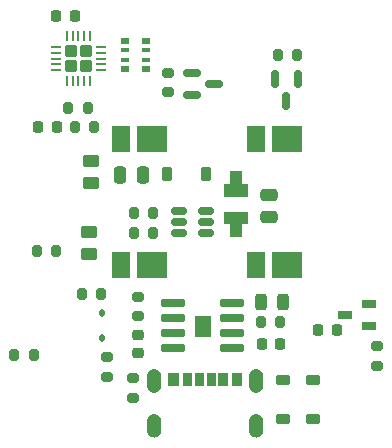
<source format=gbr>
%TF.GenerationSoftware,KiCad,Pcbnew,(7.0.0)*%
%TF.CreationDate,2024-01-31T21:47:27+02:00*%
%TF.ProjectId,FancyLight-V2,46616e63-794c-4696-9768-742d56322e6b,rev?*%
%TF.SameCoordinates,Original*%
%TF.FileFunction,Paste,Top*%
%TF.FilePolarity,Positive*%
%FSLAX46Y46*%
G04 Gerber Fmt 4.6, Leading zero omitted, Abs format (unit mm)*
G04 Created by KiCad (PCBNEW (7.0.0)) date 2024-01-31 21:47:27*
%MOMM*%
%LPD*%
G01*
G04 APERTURE LIST*
G04 Aperture macros list*
%AMRoundRect*
0 Rectangle with rounded corners*
0 $1 Rounding radius*
0 $2 $3 $4 $5 $6 $7 $8 $9 X,Y pos of 4 corners*
0 Add a 4 corners polygon primitive as box body*
4,1,4,$2,$3,$4,$5,$6,$7,$8,$9,$2,$3,0*
0 Add four circle primitives for the rounded corners*
1,1,$1+$1,$2,$3*
1,1,$1+$1,$4,$5*
1,1,$1+$1,$6,$7*
1,1,$1+$1,$8,$9*
0 Add four rect primitives between the rounded corners*
20,1,$1+$1,$2,$3,$4,$5,0*
20,1,$1+$1,$4,$5,$6,$7,0*
20,1,$1+$1,$6,$7,$8,$9,0*
20,1,$1+$1,$8,$9,$2,$3,0*%
G04 Aperture macros list end*
%ADD10C,0.010000*%
%ADD11C,0.120000*%
%ADD12RoundRect,0.250000X0.275000X0.275000X-0.275000X0.275000X-0.275000X-0.275000X0.275000X-0.275000X0*%
%ADD13RoundRect,0.062500X0.362500X0.062500X-0.362500X0.062500X-0.362500X-0.062500X0.362500X-0.062500X0*%
%ADD14RoundRect,0.062500X0.062500X0.362500X-0.062500X0.362500X-0.062500X-0.362500X0.062500X-0.362500X0*%
%ADD15RoundRect,0.243750X0.243750X0.456250X-0.243750X0.456250X-0.243750X-0.456250X0.243750X-0.456250X0*%
%ADD16RoundRect,0.225000X-0.225000X-0.250000X0.225000X-0.250000X0.225000X0.250000X-0.225000X0.250000X0*%
%ADD17RoundRect,0.200000X0.275000X-0.200000X0.275000X0.200000X-0.275000X0.200000X-0.275000X-0.200000X0*%
%ADD18RoundRect,0.200000X0.200000X0.275000X-0.200000X0.275000X-0.200000X-0.275000X0.200000X-0.275000X0*%
%ADD19RoundRect,0.250000X0.450000X-0.262500X0.450000X0.262500X-0.450000X0.262500X-0.450000X-0.262500X0*%
%ADD20RoundRect,0.200000X-0.200000X-0.275000X0.200000X-0.275000X0.200000X0.275000X-0.200000X0.275000X0*%
%ADD21RoundRect,0.218750X-0.218750X-0.256250X0.218750X-0.256250X0.218750X0.256250X-0.218750X0.256250X0*%
%ADD22R,2.500000X2.200000*%
%ADD23R,1.550000X2.200000*%
%ADD24RoundRect,0.225000X0.375000X-0.225000X0.375000X0.225000X-0.375000X0.225000X-0.375000X-0.225000X0*%
%ADD25RoundRect,0.250000X-0.450000X0.262500X-0.450000X-0.262500X0.450000X-0.262500X0.450000X0.262500X0*%
%ADD26RoundRect,0.250000X-0.475000X0.250000X-0.475000X-0.250000X0.475000X-0.250000X0.475000X0.250000X0*%
%ADD27RoundRect,0.225000X-0.225000X-0.375000X0.225000X-0.375000X0.225000X0.375000X-0.225000X0.375000X0*%
%ADD28RoundRect,0.150000X-0.587500X-0.150000X0.587500X-0.150000X0.587500X0.150000X-0.587500X0.150000X0*%
%ADD29RoundRect,0.042000X-0.943000X-0.258000X0.943000X-0.258000X0.943000X0.258000X-0.943000X0.258000X0*%
%ADD30RoundRect,0.112500X-0.112500X0.187500X-0.112500X-0.187500X0.112500X-0.187500X0.112500X0.187500X0*%
%ADD31RoundRect,0.150000X-0.512500X-0.150000X0.512500X-0.150000X0.512500X0.150000X-0.512500X0.150000X0*%
%ADD32RoundRect,0.250000X0.250000X0.475000X-0.250000X0.475000X-0.250000X-0.475000X0.250000X-0.475000X0*%
%ADD33RoundRect,0.225000X0.250000X-0.225000X0.250000X0.225000X-0.250000X0.225000X-0.250000X-0.225000X0*%
%ADD34RoundRect,0.225000X0.225000X0.250000X-0.225000X0.250000X-0.225000X-0.250000X0.225000X-0.250000X0*%
%ADD35RoundRect,0.200000X-0.275000X0.200000X-0.275000X-0.200000X0.275000X-0.200000X0.275000X0.200000X0*%
%ADD36RoundRect,0.150000X-0.150000X0.587500X-0.150000X-0.587500X0.150000X-0.587500X0.150000X0.587500X0*%
%ADD37R,0.700000X1.000000*%
%ADD38R,0.800000X1.000000*%
%ADD39R,1.250000X0.700000*%
%ADD40R,0.800000X0.500000*%
%ADD41R,0.800000X0.400000*%
G04 APERTURE END LIST*
%TO.C,L1*%
G36*
X23600000Y-21263400D02*
G01*
X23100000Y-21263400D01*
X23100000Y-22363400D01*
X22100000Y-22363400D01*
X22100000Y-21263400D01*
X21600000Y-21263400D01*
X21600000Y-20263400D01*
X23600000Y-20263400D01*
X23600000Y-21263400D01*
G37*
D10*
X23600000Y-21263400D02*
X23100000Y-21263400D01*
X23100000Y-22363400D01*
X22100000Y-22363400D01*
X22100000Y-21263400D01*
X21600000Y-21263400D01*
X21600000Y-20263400D01*
X23600000Y-20263400D01*
X23600000Y-21263400D01*
G36*
X23100000Y-17963400D02*
G01*
X23600000Y-17963400D01*
X23600000Y-18963400D01*
X21600000Y-18963400D01*
X21600000Y-17963400D01*
X22100000Y-17963400D01*
X22100000Y-16863400D01*
X23100000Y-16863400D01*
X23100000Y-17963400D01*
G37*
X23100000Y-17963400D02*
X23600000Y-17963400D01*
X23600000Y-18963400D01*
X21600000Y-18963400D01*
X21600000Y-17963400D01*
X22100000Y-17963400D01*
X22100000Y-16863400D01*
X23100000Y-16863400D01*
X23100000Y-17963400D01*
%TO.C,U2*%
G36*
X20440300Y-30761800D02*
G01*
X19150300Y-30761800D01*
X19150300Y-29121800D01*
X20440300Y-29121800D01*
X20440300Y-30761800D01*
G37*
X20440300Y-30761800D02*
X19150300Y-30761800D01*
X19150300Y-29121800D01*
X20440300Y-29121800D01*
X20440300Y-30761800D01*
%TO.C,USB1*%
G36*
X17700000Y-34937000D02*
G01*
X16900000Y-34937000D01*
X16900000Y-33937000D01*
X17700000Y-33937000D01*
X17700000Y-34937000D01*
G37*
D11*
X17700000Y-34937000D02*
X16900000Y-34937000D01*
X16900000Y-33937000D01*
X17700000Y-33937000D01*
X17700000Y-34937000D01*
G36*
X18850000Y-34937000D02*
G01*
X18150000Y-34937000D01*
X18150000Y-33937000D01*
X18850000Y-33937000D01*
X18850000Y-34937000D01*
G37*
X18850000Y-34937000D02*
X18150000Y-34937000D01*
X18150000Y-33937000D01*
X18850000Y-33937000D01*
X18850000Y-34937000D01*
G36*
X19850000Y-34937000D02*
G01*
X19150000Y-34937000D01*
X19150000Y-33937000D01*
X19850000Y-33937000D01*
X19850000Y-34937000D01*
G37*
X19850000Y-34937000D02*
X19150000Y-34937000D01*
X19150000Y-33937000D01*
X19850000Y-33937000D01*
X19850000Y-34937000D01*
G36*
X20850000Y-34937000D02*
G01*
X20150000Y-34937000D01*
X20150000Y-33937000D01*
X20850000Y-33937000D01*
X20850000Y-34937000D01*
G37*
X20850000Y-34937000D02*
X20150000Y-34937000D01*
X20150000Y-33937000D01*
X20850000Y-33937000D01*
X20850000Y-34937000D01*
G36*
X21850000Y-34937000D02*
G01*
X21150000Y-34937000D01*
X21150000Y-33937000D01*
X21850000Y-33937000D01*
X21850000Y-34937000D01*
G37*
X21850000Y-34937000D02*
X21150000Y-34937000D01*
X21150000Y-33937000D01*
X21850000Y-33937000D01*
X21850000Y-34937000D01*
G36*
X23100000Y-34937000D02*
G01*
X22300000Y-34937000D01*
X22300000Y-33937000D01*
X23100000Y-33937000D01*
X23100000Y-34937000D01*
G37*
X23100000Y-34937000D02*
X22300000Y-34937000D01*
X22300000Y-33937000D01*
X23100000Y-33937000D01*
X23100000Y-34937000D01*
G36*
X15787000Y-33623000D02*
G01*
X15891000Y-33654000D01*
X15986000Y-33705000D01*
X16069000Y-33774000D01*
X16137000Y-33857000D01*
X16188000Y-33952000D01*
X16220000Y-34055000D01*
X16230000Y-34162000D01*
X16230000Y-34962000D01*
X16220000Y-35070000D01*
X16188000Y-35173000D01*
X16137000Y-35268000D01*
X16069000Y-35351000D01*
X15986000Y-35420000D01*
X15891000Y-35471000D01*
X15787000Y-35502000D01*
X15680000Y-35512000D01*
X15573000Y-35502000D01*
X15470000Y-35471000D01*
X15375000Y-35420000D01*
X15291000Y-35351000D01*
X15223000Y-35268000D01*
X15172000Y-35173000D01*
X15141000Y-35070000D01*
X15130000Y-34962000D01*
X15130000Y-34162000D01*
X15141000Y-34055000D01*
X15172000Y-33952000D01*
X15223000Y-33857000D01*
X15291000Y-33774000D01*
X15375000Y-33705000D01*
X15470000Y-33654000D01*
X15573000Y-33623000D01*
X15680000Y-33612000D01*
X15787000Y-33623000D01*
G37*
X15787000Y-33623000D02*
X15891000Y-33654000D01*
X15986000Y-33705000D01*
X16069000Y-33774000D01*
X16137000Y-33857000D01*
X16188000Y-33952000D01*
X16220000Y-34055000D01*
X16230000Y-34162000D01*
X16230000Y-34962000D01*
X16220000Y-35070000D01*
X16188000Y-35173000D01*
X16137000Y-35268000D01*
X16069000Y-35351000D01*
X15986000Y-35420000D01*
X15891000Y-35471000D01*
X15787000Y-35502000D01*
X15680000Y-35512000D01*
X15573000Y-35502000D01*
X15470000Y-35471000D01*
X15375000Y-35420000D01*
X15291000Y-35351000D01*
X15223000Y-35268000D01*
X15172000Y-35173000D01*
X15141000Y-35070000D01*
X15130000Y-34962000D01*
X15130000Y-34162000D01*
X15141000Y-34055000D01*
X15172000Y-33952000D01*
X15223000Y-33857000D01*
X15291000Y-33774000D01*
X15375000Y-33705000D01*
X15470000Y-33654000D01*
X15573000Y-33623000D01*
X15680000Y-33612000D01*
X15787000Y-33623000D01*
G36*
X15787000Y-37423000D02*
G01*
X15891000Y-37454000D01*
X15986000Y-37505000D01*
X16069000Y-37574000D01*
X16137000Y-37657000D01*
X16188000Y-37752000D01*
X16220000Y-37855000D01*
X16230000Y-37963000D01*
X16230000Y-38763000D01*
X16220000Y-38870000D01*
X16188000Y-38973000D01*
X16137000Y-39068000D01*
X16069000Y-39151000D01*
X15986000Y-39220000D01*
X15891000Y-39271000D01*
X15787000Y-39302000D01*
X15680000Y-39313000D01*
X15573000Y-39302000D01*
X15470000Y-39271000D01*
X15375000Y-39220000D01*
X15291000Y-39151000D01*
X15223000Y-39068000D01*
X15172000Y-38973000D01*
X15141000Y-38870000D01*
X15130000Y-38763000D01*
X15130000Y-37963000D01*
X15141000Y-37855000D01*
X15172000Y-37752000D01*
X15223000Y-37657000D01*
X15291000Y-37574000D01*
X15375000Y-37505000D01*
X15470000Y-37454000D01*
X15573000Y-37423000D01*
X15680000Y-37413000D01*
X15787000Y-37423000D01*
G37*
X15787000Y-37423000D02*
X15891000Y-37454000D01*
X15986000Y-37505000D01*
X16069000Y-37574000D01*
X16137000Y-37657000D01*
X16188000Y-37752000D01*
X16220000Y-37855000D01*
X16230000Y-37963000D01*
X16230000Y-38763000D01*
X16220000Y-38870000D01*
X16188000Y-38973000D01*
X16137000Y-39068000D01*
X16069000Y-39151000D01*
X15986000Y-39220000D01*
X15891000Y-39271000D01*
X15787000Y-39302000D01*
X15680000Y-39313000D01*
X15573000Y-39302000D01*
X15470000Y-39271000D01*
X15375000Y-39220000D01*
X15291000Y-39151000D01*
X15223000Y-39068000D01*
X15172000Y-38973000D01*
X15141000Y-38870000D01*
X15130000Y-38763000D01*
X15130000Y-37963000D01*
X15141000Y-37855000D01*
X15172000Y-37752000D01*
X15223000Y-37657000D01*
X15291000Y-37574000D01*
X15375000Y-37505000D01*
X15470000Y-37454000D01*
X15573000Y-37423000D01*
X15680000Y-37413000D01*
X15787000Y-37423000D01*
G36*
X24427000Y-33623000D02*
G01*
X24530000Y-33654000D01*
X24625000Y-33705000D01*
X24709000Y-33774000D01*
X24777000Y-33857000D01*
X24828000Y-33952000D01*
X24859000Y-34055000D01*
X24870000Y-34162000D01*
X24870000Y-34962000D01*
X24859000Y-35070000D01*
X24828000Y-35173000D01*
X24777000Y-35268000D01*
X24709000Y-35351000D01*
X24625000Y-35420000D01*
X24530000Y-35471000D01*
X24427000Y-35502000D01*
X24320000Y-35512000D01*
X24213000Y-35502000D01*
X24109000Y-35471000D01*
X24014000Y-35420000D01*
X23931000Y-35351000D01*
X23863000Y-35268000D01*
X23812000Y-35173000D01*
X23780000Y-35070000D01*
X23770000Y-34962000D01*
X23770000Y-34162000D01*
X23780000Y-34055000D01*
X23812000Y-33952000D01*
X23863000Y-33857000D01*
X23931000Y-33774000D01*
X24014000Y-33705000D01*
X24109000Y-33654000D01*
X24213000Y-33623000D01*
X24320000Y-33612000D01*
X24427000Y-33623000D01*
G37*
X24427000Y-33623000D02*
X24530000Y-33654000D01*
X24625000Y-33705000D01*
X24709000Y-33774000D01*
X24777000Y-33857000D01*
X24828000Y-33952000D01*
X24859000Y-34055000D01*
X24870000Y-34162000D01*
X24870000Y-34962000D01*
X24859000Y-35070000D01*
X24828000Y-35173000D01*
X24777000Y-35268000D01*
X24709000Y-35351000D01*
X24625000Y-35420000D01*
X24530000Y-35471000D01*
X24427000Y-35502000D01*
X24320000Y-35512000D01*
X24213000Y-35502000D01*
X24109000Y-35471000D01*
X24014000Y-35420000D01*
X23931000Y-35351000D01*
X23863000Y-35268000D01*
X23812000Y-35173000D01*
X23780000Y-35070000D01*
X23770000Y-34962000D01*
X23770000Y-34162000D01*
X23780000Y-34055000D01*
X23812000Y-33952000D01*
X23863000Y-33857000D01*
X23931000Y-33774000D01*
X24014000Y-33705000D01*
X24109000Y-33654000D01*
X24213000Y-33623000D01*
X24320000Y-33612000D01*
X24427000Y-33623000D01*
G36*
X24427000Y-37423000D02*
G01*
X24530000Y-37454000D01*
X24625000Y-37505000D01*
X24709000Y-37574000D01*
X24777000Y-37657000D01*
X24828000Y-37752000D01*
X24859000Y-37855000D01*
X24870000Y-37963000D01*
X24870000Y-38763000D01*
X24859000Y-38870000D01*
X24828000Y-38973000D01*
X24777000Y-39068000D01*
X24709000Y-39151000D01*
X24625000Y-39220000D01*
X24530000Y-39271000D01*
X24427000Y-39302000D01*
X24320000Y-39313000D01*
X24213000Y-39302000D01*
X24109000Y-39271000D01*
X24014000Y-39220000D01*
X23931000Y-39151000D01*
X23863000Y-39068000D01*
X23812000Y-38973000D01*
X23780000Y-38870000D01*
X23770000Y-38763000D01*
X23770000Y-37963000D01*
X23780000Y-37855000D01*
X23812000Y-37752000D01*
X23863000Y-37657000D01*
X23931000Y-37574000D01*
X24014000Y-37505000D01*
X24109000Y-37454000D01*
X24213000Y-37423000D01*
X24320000Y-37413000D01*
X24427000Y-37423000D01*
G37*
X24427000Y-37423000D02*
X24530000Y-37454000D01*
X24625000Y-37505000D01*
X24709000Y-37574000D01*
X24777000Y-37657000D01*
X24828000Y-37752000D01*
X24859000Y-37855000D01*
X24870000Y-37963000D01*
X24870000Y-38763000D01*
X24859000Y-38870000D01*
X24828000Y-38973000D01*
X24777000Y-39068000D01*
X24709000Y-39151000D01*
X24625000Y-39220000D01*
X24530000Y-39271000D01*
X24427000Y-39302000D01*
X24320000Y-39313000D01*
X24213000Y-39302000D01*
X24109000Y-39271000D01*
X24014000Y-39220000D01*
X23931000Y-39151000D01*
X23863000Y-39068000D01*
X23812000Y-38973000D01*
X23780000Y-38870000D01*
X23770000Y-38763000D01*
X23770000Y-37963000D01*
X23780000Y-37855000D01*
X23812000Y-37752000D01*
X23863000Y-37657000D01*
X23931000Y-37574000D01*
X24014000Y-37505000D01*
X24109000Y-37454000D01*
X24213000Y-37423000D01*
X24320000Y-37413000D01*
X24427000Y-37423000D01*
%TD*%
D12*
%TO.C,U6*%
X9950000Y-7950000D03*
X9950000Y-6650000D03*
X8650000Y-7950000D03*
X8650000Y-6650000D03*
D13*
X11225000Y-8300000D03*
X11225000Y-7800000D03*
X11225000Y-7300000D03*
X11225000Y-6800000D03*
X11225000Y-6300000D03*
D14*
X10300000Y-5375000D03*
X9800000Y-5375000D03*
X9300000Y-5375000D03*
X8800000Y-5375000D03*
X8300000Y-5375000D03*
D13*
X7375000Y-6300000D03*
X7375000Y-6800000D03*
X7375000Y-7300000D03*
X7375000Y-7800000D03*
X7375000Y-8300000D03*
D14*
X8300000Y-9225000D03*
X8800000Y-9225000D03*
X9300000Y-9225000D03*
X9800000Y-9225000D03*
X10300000Y-9225000D03*
%TD*%
D15*
%TO.C,D6*%
X26612500Y-27900000D03*
X24737500Y-27900000D03*
%TD*%
D16*
%TO.C,C4*%
X24825000Y-31500000D03*
X26375000Y-31500000D03*
%TD*%
D17*
%TO.C,R8*%
X34600000Y-33325000D03*
X34600000Y-31675000D03*
%TD*%
D18*
%TO.C,R11*%
X27825000Y-7000000D03*
X26175000Y-7000000D03*
%TD*%
D19*
%TO.C,R2*%
X10200000Y-23812500D03*
X10200000Y-21987500D03*
%TD*%
D20*
%TO.C,R6*%
X24750000Y-29600000D03*
X26400000Y-29600000D03*
%TD*%
D21*
%TO.C,D10*%
X5912500Y-13100000D03*
X7487500Y-13100000D03*
%TD*%
D22*
%TO.C,D3*%
X15493999Y-24764999D03*
D23*
X12918999Y-24764999D03*
%TD*%
D17*
%TO.C,R9*%
X11700000Y-34225000D03*
X11700000Y-32575000D03*
%TD*%
D24*
%TO.C,D7*%
X26650000Y-37800000D03*
X26650000Y-34500000D03*
%TD*%
D22*
%TO.C,D4*%
X26923999Y-24764999D03*
D23*
X24348999Y-24764999D03*
%TD*%
D18*
%TO.C,R16*%
X10075000Y-11450000D03*
X8425000Y-11450000D03*
%TD*%
D20*
%TO.C,R13*%
X5775000Y-23600000D03*
X7425000Y-23600000D03*
%TD*%
D17*
%TO.C,R5*%
X14375000Y-29125000D03*
X14375000Y-27475000D03*
%TD*%
D25*
%TO.C,R1*%
X10400000Y-15987500D03*
X10400000Y-17812500D03*
%TD*%
D22*
%TO.C,D2*%
X26923999Y-14099999D03*
D23*
X24348999Y-14099999D03*
%TD*%
D26*
%TO.C,C1*%
X25400000Y-18850000D03*
X25400000Y-20750000D03*
%TD*%
D27*
%TO.C,D5*%
X16809300Y-17073400D03*
X20109300Y-17073400D03*
%TD*%
D28*
%TO.C,Q2*%
X18875000Y-8500000D03*
X18875000Y-10400000D03*
X20750000Y-9450000D03*
%TD*%
D18*
%TO.C,R17*%
X10625000Y-13100000D03*
X8975000Y-13100000D03*
%TD*%
D29*
%TO.C,U2*%
X17320300Y-28036800D03*
X17320300Y-29306800D03*
X17320300Y-30576800D03*
X17320300Y-31846800D03*
X22270300Y-31846800D03*
X22270300Y-30576800D03*
X22270300Y-29306800D03*
X22270300Y-28036800D03*
%TD*%
D30*
%TO.C,D9*%
X11300000Y-28850000D03*
X11300000Y-30950000D03*
%TD*%
D18*
%TO.C,R3*%
X15625000Y-22100000D03*
X13975000Y-22100000D03*
%TD*%
D17*
%TO.C,R7*%
X13900000Y-36025000D03*
X13900000Y-34375000D03*
%TD*%
D31*
%TO.C,U1*%
X17825000Y-20200000D03*
X17825000Y-21150000D03*
X17825000Y-22100000D03*
X20100000Y-22100000D03*
X20100000Y-21150000D03*
X20100000Y-20200000D03*
%TD*%
D32*
%TO.C,C2*%
X14735700Y-17124200D03*
X12835700Y-17124200D03*
%TD*%
D22*
%TO.C,D1*%
X15493999Y-14099999D03*
D23*
X12918999Y-14099999D03*
%TD*%
D33*
%TO.C,C3*%
X14375000Y-32275000D03*
X14375000Y-30725000D03*
%TD*%
D34*
%TO.C,C5*%
X31175000Y-30300000D03*
X29625000Y-30300000D03*
%TD*%
D16*
%TO.C,C6*%
X7425000Y-3700000D03*
X8975000Y-3700000D03*
%TD*%
D24*
%TO.C,D8*%
X29200000Y-37850000D03*
X29200000Y-34550000D03*
%TD*%
D35*
%TO.C,R12*%
X16850000Y-8525000D03*
X16850000Y-10175000D03*
%TD*%
D36*
%TO.C,Q1*%
X27850000Y-9025000D03*
X25950000Y-9025000D03*
X26900000Y-10900000D03*
%TD*%
D20*
%TO.C,R14*%
X9575000Y-27200000D03*
X11225000Y-27200000D03*
%TD*%
%TO.C,R4*%
X13975000Y-20400000D03*
X15625000Y-20400000D03*
%TD*%
D37*
%TO.C,USB1*%
X19499999Y-34436999D03*
X21499999Y-34436999D03*
D38*
X22699999Y-34436999D03*
D37*
X20499999Y-34436999D03*
X18499999Y-34436999D03*
D38*
X17299999Y-34436999D03*
%TD*%
D18*
%TO.C,R18*%
X5500000Y-32400000D03*
X3850000Y-32400000D03*
%TD*%
D39*
%TO.C,U3*%
X33899999Y-29949999D03*
X33899999Y-28049999D03*
X31899999Y-28999999D03*
%TD*%
D40*
%TO.C,RN1*%
X13199999Y-5799999D03*
D41*
X13199999Y-6599999D03*
X13199999Y-7399999D03*
D40*
X13199999Y-8199999D03*
X14999999Y-8199999D03*
D41*
X14999999Y-7399999D03*
X14999999Y-6599999D03*
D40*
X14999999Y-5799999D03*
%TD*%
M02*

</source>
